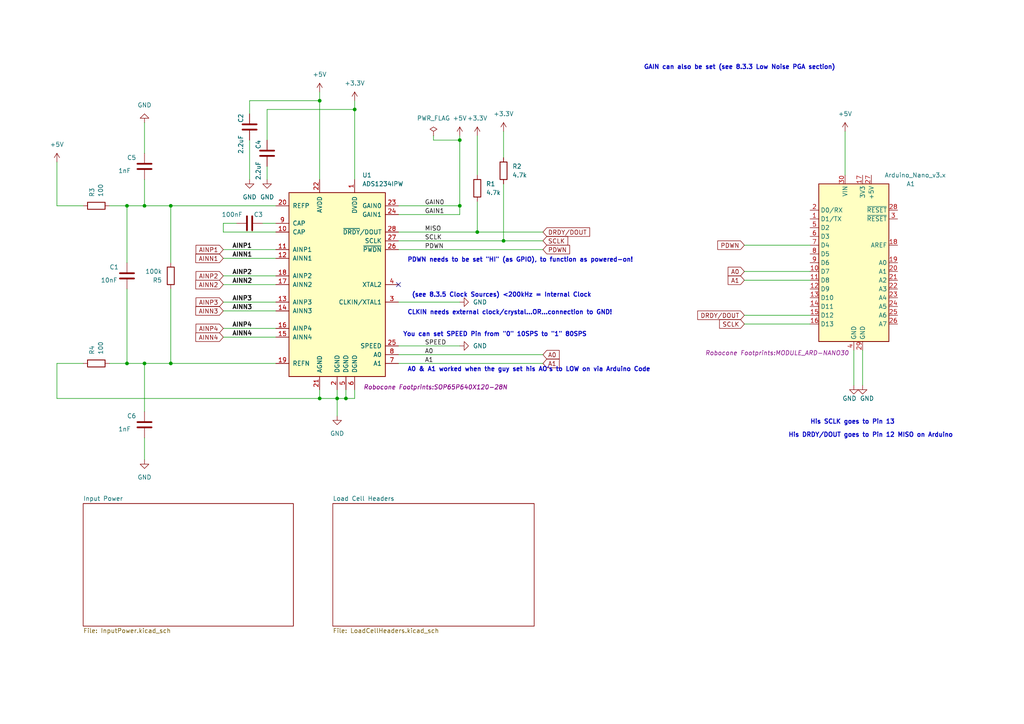
<source format=kicad_sch>
(kicad_sch (version 20231120) (generator "eeschema") (generator_version "8.0")
  (paper "A4")
  (lib_symbols
    (symbol "Analog_ADC:ADS1234IPW" (pin_names (offset 1.016))
      (property "Reference" "U" (at -11.43 25.4 0))
      (property "Value" "ADS1234IPW" (at 7.62 27.94 0))
      (symbol "ADS1234IPW_0_1"
        (rectangle (start -13.97 26.67) (end 13.97 -26.67) (stroke (width 0.254)) (fill (type background)))
      )
      (symbol "ADS1234IPW_1_1"
        (pin power_in line (at 5.08 30.48 270) (length 3.81) (name "DVDD") (number "1"))
        (pin passive line (at -17.78 15.24 0) (length 3.81) (name "CAP") (number "10"))
        (pin input line (at -17.78 10.16 0) (length 3.81) (name "AINP1") (number "11"))
        (pin input line (at -17.78 7.62 0) (length 3.81) (name "AINN1") (number "12"))
        (pin input line (at -17.78 -5.08 0) (length 3.81) (name "AINP3") (number "13"))
        (pin input line (at -17.78 -7.62 0) (length 3.81) (name "AINN3") (number "14"))
        (pin input line (at -17.78 -15.24 0) (length 3.81) (name "AINN4") (number "15"))
        (pin input line (at -17.78 -12.7 0) (length 3.81) (name "AINP4") (number "16"))
        (pin input line (at -17.78 0 0) (length 3.81) (name "AINN2") (number "17"))
        (pin input line (at -17.78 2.54 0) (length 3.81) (name "AINP2") (number "18"))
        (pin input line (at -17.78 -22.86 0) (length 3.81) (name "REFN") (number "19"))
        (pin power_in line (at 0 -30.48 90) (length 3.81) (name "DGND") (number "2"))
        (pin input line (at -17.78 22.86 0) (length 3.81) (name "REFP") (number "20"))
        (pin power_in line (at -5.08 -30.48 90) (length 3.81) (name "AGND") (number "21"))
        (pin power_in line (at -5.08 30.48 270) (length 3.81) (name "AVDD") (number "22"))
        (pin input line (at 17.78 22.86 180) (length 3.81) (name "GAIN0") (number "23"))
        (pin input line (at 17.78 20.32 180) (length 3.81) (name "GAIN1") (number "24"))
        (pin input line (at 17.78 -17.78 180) (length 3.81) (name "SPEED") (number "25"))
        (pin input line (at 17.78 10.16 180) (length 3.81) (name "~{PWDN}") (number "26"))
        (pin input line (at 17.78 12.7 180) (length 3.81) (name "SCLK") (number "27"))
        (pin output line (at 17.78 15.24 180) (length 3.81) (name "~{DRDY}/DOUT") (number "28"))
        (pin bidirectional line (at 17.78 -5.08 180) (length 3.81) (name "CLKIN/XTAL1") (number "3"))
        (pin bidirectional line (at 17.78 0 180) (length 3.81) (name "XTAL2") (number "4"))
        (pin power_in line (at 2.54 -30.48 90) (length 3.81) (name "DGND") (number "5"))
        (pin power_in line (at 5.08 -30.48 90) (length 3.81) (name "DGND") (number "6"))
        (pin input line (at 17.78 -22.86 180) (length 3.81) (name "A1") (number "7"))
        (pin input line (at 17.78 -20.32 180) (length 3.81) (name "A0") (number "8"))
        (pin passive line (at -17.78 17.78 0) (length 3.81) (name "CAP") (number "9"))
      )
    )
    (symbol "Device:C" (pin_numbers hide) (pin_names (offset 0.254))
      (property "Reference" "C" (at 0.635 2.54 0))
      (property "Value" "C" (at 0.635 -2.54 0))
      (symbol "C_0_1"
        (polyline (pts (xy -2.032 -0.762) (xy 2.032 -0.762)) (stroke (width 0.508)))
        (polyline (pts (xy -2.032 0.762) (xy 2.032 0.762)) (stroke (width 0.508)))
      )
      (symbol "C_1_1"
        (pin passive line (at 0 3.81 270) (length 2.794) (name "~") (number "1"))
        (pin passive line (at 0 -3.81 90) (length 2.794) (name "~") (number "2"))
      )
    )
    (symbol "Device:R" (pin_numbers hide) (pin_names (offset 0))
      (property "Reference" "R" (at 2.032 0 90))
      (property "Value" "R" (at 0 0 90))
      (symbol "R_0_1"
        (rectangle (start -1.016 -2.54) (end 1.016 2.54) (stroke (width 0.254)))
      )
      (symbol "R_1_1"
        (pin passive line (at 0 3.81 270) (length 1.27) (name "~") (number "1"))
        (pin passive line (at 0 -3.81 90) (length 1.27) (name "~") (number "2"))
      )
    )
    (symbol "MCU_Module:Arduino_Nano_v3.x"
      (property "Reference" "A" (at -10.16 23.495 0))
      (property "Value" "Arduino_Nano_v3.x" (at 5.08 -24.13 0))
      (symbol "Arduino_Nano_v3.x_0_1"
        (rectangle (start -10.16 22.86) (end 10.16 -22.86) (stroke (width 0.254)) (fill (type background)))
      )
      (symbol "Arduino_Nano_v3.x_1_1"
        (pin bidirectional line (at -12.7 12.7 0) (length 2.54) (name "D1/TX") (number "1"))
        (pin bidirectional line (at -12.7 -2.54 0) (length 2.54) (name "D7") (number "10"))
        (pin bidirectional line (at -12.7 -5.08 0) (length 2.54) (name "D8") (number "11"))
        (pin bidirectional line (at -12.7 -7.62 0) (length 2.54) (name "D9") (number "12"))
        (pin bidirectional line (at -12.7 -10.16 0) (length 2.54) (name "D10") (number "13"))
        (pin bidirectional line (at -12.7 -12.7 0) (length 2.54) (name "D11") (number "14"))
        (pin bidirectional line (at -12.7 -15.24 0) (length 2.54) (name "D12") (number "15"))
        (pin bidirectional line (at -12.7 -17.78 0) (length 2.54) (name "D13") (number "16"))
        (pin power_out line (at 2.54 25.4 270) (length 2.54) (name "3V3") (number "17"))
        (pin input line (at 12.7 5.08 180) (length 2.54) (name "AREF") (number "18"))
        (pin bidirectional line (at 12.7 0 180) (length 2.54) (name "A0") (number "19"))
        (pin bidirectional line (at -12.7 15.24 0) (length 2.54) (name "D0/RX") (number "2"))
        (pin bidirectional line (at 12.7 -2.54 180) (length 2.54) (name "A1") (number "20"))
        (pin bidirectional line (at 12.7 -5.08 180) (length 2.54) (name "A2") (number "21"))
        (pin bidirectional line (at 12.7 -7.62 180) (length 2.54) (name "A3") (number "22"))
        (pin bidirectional line (at 12.7 -10.16 180) (length 2.54) (name "A4") (number "23"))
        (pin bidirectional line (at 12.7 -12.7 180) (length 2.54) (name "A5") (number "24"))
        (pin bidirectional line (at 12.7 -15.24 180) (length 2.54) (name "A6") (number "25"))
        (pin bidirectional line (at 12.7 -17.78 180) (length 2.54) (name "A7") (number "26"))
        (pin power_out line (at 5.08 25.4 270) (length 2.54) (name "+5V") (number "27"))
        (pin input line (at 12.7 15.24 180) (length 2.54) (name "~{RESET}") (number "28"))
        (pin power_in line (at 2.54 -25.4 90) (length 2.54) (name "GND") (number "29"))
        (pin input line (at 12.7 12.7 180) (length 2.54) (name "~{RESET}") (number "3"))
        (pin power_in line (at -2.54 25.4 270) (length 2.54) (name "VIN") (number "30"))
        (pin power_in line (at 0 -25.4 90) (length 2.54) (name "GND") (number "4"))
        (pin bidirectional line (at -12.7 10.16 0) (length 2.54) (name "D2") (number "5"))
        (pin bidirectional line (at -12.7 7.62 0) (length 2.54) (name "D3") (number "6"))
        (pin bidirectional line (at -12.7 5.08 0) (length 2.54) (name "D4") (number "7"))
        (pin bidirectional line (at -12.7 2.54 0) (length 2.54) (name "D5") (number "8"))
        (pin bidirectional line (at -12.7 0 0) (length 2.54) (name "D6") (number "9"))
      )
    )
    (symbol "power:+3.3V" (power) (pin_names (offset 0))
      (property "Value" "+3.3V" (at 0 3.556 0))
      (symbol "+3.3V_0_1"
        (polyline (pts (xy -0.762 1.27) (xy 0 2.54)))
        (polyline (pts (xy 0 0) (xy 0 2.54)))
        (polyline (pts (xy 0 2.54) (xy 0.762 1.27)))
      )
      (symbol "+3.3V_1_1"
        (pin power_in line (at 0 0 90) (length 0) hide (name "+3.3V") (number "1"))
      )
    )
    (symbol "power:+5V" (power) (pin_names (offset 0))
      (property "Value" "+5V" (at 0 3.556 0))
      (symbol "+5V_0_1"
        (polyline (pts (xy -0.762 1.27) (xy 0 2.54)))
        (polyline (pts (xy 0 0) (xy 0 2.54)))
        (polyline (pts (xy 0 2.54) (xy 0.762 1.27)))
      )
      (symbol "+5V_1_1"
        (pin power_in line (at 0 0 90) (length 0) hide (name "+5V") (number "1"))
      )
    )
    (symbol "power:GND" (power) (pin_names (offset 0))
      (property "Value" "GND" (at 0 -3.81 0))
      (symbol "GND_0_1"
        (polyline (pts (xy 0 0) (xy 0 -1.27) (xy 1.27 -1.27) (xy 0 -2.54) (xy -1.27 -1.27) (xy 0 -1.27)))
      )
      (symbol "GND_1_1"
        (pin power_in line (at 0 0 270) (length 0) hide (name "GND") (number "1"))
      )
    )
    (symbol "power:PWR_FLAG" (power) (pin_numbers hide) (pin_names (offset 0) hide)
      (property "Value" "PWR_FLAG" (at 0 3.81 0))
      (symbol "PWR_FLAG_0_0"
        (pin power_out line (at 0 0 90) (length 0) (name "pwr") (number "1"))
      )
      (symbol "PWR_FLAG_0_1"
        (polyline (pts (xy 0 0) (xy 0 1.27) (xy -1.016 1.905) (xy 0 2.54) (xy 1.016 1.905) (xy 0 1.27)))
      )
    )
  )
  (junction (at 41.91 105.41))
  (junction (at 36.83 105.41))
  (junction (at 138.43 67.31))
  (junction (at 49.53 59.69))
  (junction (at 133.35 59.69))
  (junction (at 92.71 29.21))
  (junction (at 133.35 40.64))
  (junction (at 49.53 105.41))
  (junction (at 36.83 59.69))
  (junction (at 97.79 115.57))
  (junction (at 41.91 59.69))
  (junction (at 100.33 115.57))
  (junction (at 146.05 69.85))
  (junction (at 102.87 31.75))
  (junction (at 92.71 115.57))
  (no_connect (at 115.57 82.55))
  (wire (pts (xy 64.77 90.17) (xy 80.01 90.17)))
  (wire (pts (xy 133.35 40.64) (xy 133.35 59.69)))
  (wire (pts (xy 16.51 115.57) (xy 92.71 115.57)))
  (wire (pts (xy 41.91 59.69) (xy 49.53 59.69)))
  (wire (pts (xy 102.87 31.75) (xy 102.87 52.07)))
  (wire (pts (xy 215.9 91.44) (xy 234.95 91.44)))
  (wire (pts (xy 16.51 59.69) (xy 24.13 59.69)))
  (wire (pts (xy 100.33 115.57) (xy 97.79 115.57)))
  (wire (pts (xy 64.77 95.25) (xy 80.01 95.25)))
  (wire (pts (xy 31.75 59.69) (xy 36.83 59.69)))
  (wire (pts (xy 115.57 67.31) (xy 138.43 67.31)))
  (wire (pts (xy 49.53 83.82) (xy 49.53 105.41)))
  (wire (pts (xy 92.71 115.57) (xy 97.79 115.57)))
  (wire (pts (xy 146.05 38.1) (xy 146.05 45.72)))
  (wire (pts (xy 215.9 78.74) (xy 234.95 78.74)))
  (wire (pts (xy 64.77 97.79) (xy 80.01 97.79)))
  (wire (pts (xy 125.73 39.37) (xy 125.73 40.64)))
  (wire (pts (xy 64.77 82.55) (xy 80.01 82.55)))
  (wire (pts (xy 36.83 59.69) (xy 36.83 76.2)))
  (wire (pts (xy 72.39 52.07) (xy 72.39 40.64)))
  (wire (pts (xy 41.91 127) (xy 41.91 133.35)))
  (wire (pts (xy 16.51 46.99) (xy 16.51 59.69)))
  (wire (pts (xy 64.77 64.77) (xy 68.58 64.77)))
  (wire (pts (xy 215.9 93.98) (xy 234.95 93.98)))
  (wire (pts (xy 102.87 29.21) (xy 102.87 31.75)))
  (wire (pts (xy 250.19 101.6) (xy 250.19 111.76)))
  (wire (pts (xy 138.43 67.31) (xy 157.48 67.31)))
  (wire (pts (xy 77.47 52.07) (xy 77.47 48.26)))
  (wire (pts (xy 64.77 80.01) (xy 80.01 80.01)))
  (wire (pts (xy 49.53 59.69) (xy 49.53 76.2)))
  (wire (pts (xy 24.13 105.41) (xy 16.51 105.41)))
  (wire (pts (xy 64.77 72.39) (xy 80.01 72.39)))
  (wire (pts (xy 115.57 59.69) (xy 133.35 59.69)))
  (wire (pts (xy 36.83 83.82) (xy 36.83 105.41)))
  (wire (pts (xy 115.57 69.85) (xy 146.05 69.85)))
  (wire (pts (xy 36.83 105.41) (xy 41.91 105.41)))
  (wire (pts (xy 146.05 69.85) (xy 157.48 69.85)))
  (wire (pts (xy 245.11 38.1) (xy 245.11 50.8)))
  (wire (pts (xy 115.57 62.23) (xy 133.35 62.23)))
  (wire (pts (xy 41.91 35.56) (xy 41.91 44.45)))
  (wire (pts (xy 92.71 113.03) (xy 92.71 115.57)))
  (wire (pts (xy 102.87 113.03) (xy 102.87 115.57)))
  (wire (pts (xy 31.75 105.41) (xy 36.83 105.41)))
  (wire (pts (xy 100.33 113.03) (xy 100.33 115.57)))
  (wire (pts (xy 102.87 115.57) (xy 100.33 115.57)))
  (wire (pts (xy 41.91 52.07) (xy 41.91 59.69)))
  (wire (pts (xy 215.9 81.28) (xy 234.95 81.28)))
  (wire (pts (xy 64.77 87.63) (xy 80.01 87.63)))
  (wire (pts (xy 92.71 26.67) (xy 92.71 29.21)))
  (wire (pts (xy 125.73 40.64) (xy 133.35 40.64)))
  (wire (pts (xy 215.9 71.12) (xy 234.95 71.12)))
  (wire (pts (xy 138.43 39.37) (xy 138.43 50.8)))
  (wire (pts (xy 97.79 115.57) (xy 97.79 120.65)))
  (wire (pts (xy 146.05 53.34) (xy 146.05 69.85)))
  (wire (pts (xy 64.77 74.93) (xy 80.01 74.93)))
  (wire (pts (xy 49.53 105.41) (xy 80.01 105.41)))
  (wire (pts (xy 133.35 59.69) (xy 133.35 62.23)))
  (wire (pts (xy 72.39 33.02) (xy 72.39 29.21)))
  (wire (pts (xy 49.53 59.69) (xy 80.01 59.69)))
  (wire (pts (xy 115.57 105.41) (xy 157.48 105.41)))
  (wire (pts (xy 77.47 40.64) (xy 77.47 31.75)))
  (wire (pts (xy 115.57 87.63) (xy 133.35 87.63)))
  (wire (pts (xy 115.57 100.33) (xy 133.35 100.33)))
  (wire (pts (xy 92.71 29.21) (xy 92.71 52.07)))
  (wire (pts (xy 64.77 67.31) (xy 64.77 64.77)))
  (wire (pts (xy 80.01 67.31) (xy 64.77 67.31)))
  (wire (pts (xy 247.65 101.6) (xy 247.65 111.76)))
  (wire (pts (xy 16.51 105.41) (xy 16.51 115.57)))
  (wire (pts (xy 41.91 105.41) (xy 49.53 105.41)))
  (wire (pts (xy 41.91 105.41) (xy 41.91 119.38)))
  (wire (pts (xy 36.83 59.69) (xy 41.91 59.69)))
  (wire (pts (xy 72.39 29.21) (xy 92.71 29.21)))
  (wire (pts (xy 77.47 31.75) (xy 102.87 31.75)))
  (wire (pts (xy 133.35 39.37) (xy 133.35 40.64)))
  (wire (pts (xy 76.2 64.77) (xy 80.01 64.77)))
  (wire (pts (xy 115.57 72.39) (xy 157.48 72.39)))
  (wire (pts (xy 138.43 67.31) (xy 138.43 58.42)))
  (wire (pts (xy 115.57 102.87) (xy 157.48 102.87)))
  (wire (pts (xy 97.79 113.03) (xy 97.79 115.57)))
  (text "CLKIN needs external clock/crystal...OR...connection to GND!" (at 118.11 91.44 0) (effects (font (size 1.27 1.27) (bold yes)) (justify left bottom)))
  (text "GAIN can also be set (see 8.3.3 Low Noise PGA section)" (at 186.69 20.32 0) (effects (font (size 1.27 1.27) (bold yes)) (justify left bottom)))
  (text "His SCLK goes to Pin 13" (at 234.95 123.19 0) (effects (font (size 1.27 1.27) (bold yes)) (justify left bottom)))
  (text "His DRDY/DOUT goes to Pin 12 MISO on Arduino" (at 228.6 127 0) (effects (font (size 1.27 1.27) (bold yes)) (justify left bottom)))
  (text "PDWN needs to be set \"HI\" (as GPIO), to function as powered-on!" (at 118.11 76.2 0) (effects (font (size 1.27 1.27) (bold yes)) (justify left bottom)))
  (text "A0 & A1 worked when the guy set his AO's to LOW on via Arduino Code" (at 118.11 107.95 0) (effects (font (size 1.27 1.27) (thickness 0.254) (bold yes)) (justify left bottom)))
  (text "(see 8.3.5 Clock Sources) <200kHz = Internal Clock" (at 119.38 86.36 0) (effects (font (size 1.27 1.27) (bold yes)) (justify left bottom)))
  (text "You can set SPEED Pin from \"0\" 10SPS to \"1\" 80SPS" (at 116.84 97.79 0) (effects (font (size 1.27 1.27) (bold yes)) (justify left bottom)))
  (label "AINN3" (at 67.31 90.17 0) (effects (font (bold yes))))
  (label "GAIN1" (at 123.19 62.23 0))
  (label "AINP1" (at 67.31 72.39 0) (effects (font (bold yes))))
  (label "AINN4" (at 67.31 97.79 0) (effects (font (bold yes))))
  (label "AINP4" (at 67.31 95.25 0) (effects (font (bold yes))))
  (label "A1" (at 123.19 105.41 0))
  (label "AINP3" (at 67.31 87.63 0) (effects (font (bold yes))))
  (label "AINN1" (at 67.31 74.93 0) (effects (font (bold yes))))
  (label "AINP2" (at 67.31 80.01 0) (effects (font (bold yes))))
  (label "PDWN" (at 123.19 72.39 0))
  (label "SPEED" (at 123.19 100.33 0))
  (label "MISO" (at 123.19 67.31 0))
  (label "AINN2" (at 67.31 82.55 0) (effects (font (bold yes))))
  (label "A0" (at 123.19 102.87 0))
  (label "GAIN0" (at 123.19 59.69 0))
  (label "SCLK" (at 123.19 69.85 0))
  (global_label "A1" (shape input) (at 157.48 105.41 0) (property "Intersheetrefs" "${INTERSHEET_REFS}" (effects (hide yes))))
  (global_label "AINN4" (shape input) (at 64.77 97.79 180) (property "Intersheetrefs" "${INTERSHEET_REFS}" (effects (hide yes))))
  (global_label "DRDY{slash}DOUT" (shape input) (at 157.48 67.31 0) (property "Intersheetrefs" "${INTERSHEET_REFS}" (effects (hide yes))))
  (global_label "AINP1" (shape input) (at 64.77 72.39 180) (property "Intersheetrefs" "${INTERSHEET_REFS}" (effects (hide yes))))
  (global_label "AINP4" (shape input) (at 64.77 95.25 180) (property "Intersheetrefs" "${INTERSHEET_REFS}" (effects (hide yes))))
  (global_label "AINP3" (shape input) (at 64.77 87.63 180) (property "Intersheetrefs" "${INTERSHEET_REFS}" (effects (hide yes))))
  (global_label "A1" (shape input) (at 215.9 81.28 180) (property "Intersheetrefs" "${INTERSHEET_REFS}" (effects (hide yes))))
  (global_label "AINN3" (shape input) (at 64.77 90.17 180) (property "Intersheetrefs" "${INTERSHEET_REFS}" (effects (hide yes))))
  (global_label "SCLK" (shape input) (at 215.9 93.98 180) (property "Intersheetrefs" "${INTERSHEET_REFS}" (effects (hide yes))))
  (global_label "A0" (shape input) (at 215.9 78.74 180) (property "Intersheetrefs" "${INTERSHEET_REFS}" (effects (hide yes))))
  (global_label "AINN2" (shape input) (at 64.77 82.55 180) (property "Intersheetrefs" "${INTERSHEET_REFS}" (effects (hide yes))))
  (global_label "AINP2" (shape input) (at 64.77 80.01 180) (property "Intersheetrefs" "${INTERSHEET_REFS}" (effects (hide yes))))
  (global_label "A0" (shape input) (at 157.48 102.87 0) (property "Intersheetrefs" "${INTERSHEET_REFS}" (effects (hide yes))))
  (global_label "PDWN" (shape input) (at 215.9 71.12 180) (property "Intersheetrefs" "${INTERSHEET_REFS}" (effects (hide yes))))
  (global_label "PDWN" (shape input) (at 157.48 72.39 0) (property "Intersheetrefs" "${INTERSHEET_REFS}" (effects (hide yes))))
  (global_label "DRDY{slash}DOUT" (shape input) (at 215.9 91.44 180) (property "Intersheetrefs" "${INTERSHEET_REFS}" (effects (hide yes))))
  (global_label "AINN1" (shape input) (at 64.77 74.93 180) (property "Intersheetrefs" "${INTERSHEET_REFS}" (effects (hide yes))))
  (global_label "SCLK" (shape input) (at 157.48 69.85 0) (property "Intersheetrefs" "${INTERSHEET_REFS}" (effects (hide yes))))
  (symbol (lib_id "power:+3.3V") (at 138.43 39.37 0) (unit 1)
    (property "Reference" "#PWR021" (effects (hide yes)))
    (property "Value" "+3.3V" (at 138.43 34.29 0))
  )
  (symbol (lib_id "Analog_ADC:ADS1234IPW") (at 97.79 82.55 0) (unit 1)
    (property "Reference" "U1" (at 105.0641 50.8 0) (effects (justify left)))
    (property "Value" "ADS1234IPW" (at 105.0641 53.34 0) (effects (justify left)))
    (property "Footprint" "Robocone Footprints:SOP65P640X120-28N" (at 126.238 112.268 0) (effects (font (italic yes))))
    (property "Datasheet" "http://www.ti.com/lit/ds/symlink/ads1232.pdf" (effects (hide yes)))
  )
  (symbol (lib_id "power:+5V") (at 245.11 38.1 0) (unit 1)
    (property "Reference" "#PWR040" (effects (hide yes)))
    (property "Value" "+5V" (at 245.11 33.02 0))
  )
  (symbol (lib_id "Device:R") (at 27.94 105.41 90) (unit 1)
    (property "Reference" "R4" (at 26.67 102.87 0) (effects (justify left)))
    (property "Value" "100" (at 29.21 102.87 0) (effects (justify left)))
    (property "Footprint" "Resistor_SMD:R_0805_2012Metric_Pad1.20x1.40mm_HandSolder" (effects (hide yes)))
  )
  (symbol (lib_id "Device:C") (at 41.91 123.19 0) (unit 1)
    (property "Reference" "C6" (at 36.83 120.65 0) (effects (justify left)))
    (property "Value" "1nF" (at 34.29 124.46 0) (effects (justify left)))
    (property "Footprint" "Capacitor_SMD:C_0805_2012Metric_Pad1.18x1.45mm_HandSolder" (effects (hide yes)))
  )
  (symbol (lib_id "power:+5V") (at 133.35 39.37 0) (unit 1)
    (property "Reference" "#PWR023" (effects (hide yes)))
    (property "Value" "+5V" (at 133.35 34.29 0))
  )
  (symbol (lib_id "power:+5V") (at 16.51 46.99 0) (unit 1)
    (property "Reference" "#PWR012" (effects (hide yes)))
    (property "Value" "+5V" (at 16.51 41.91 0))
  )
  (symbol (lib_id "Device:R") (at 49.53 80.01 180) (unit 1)
    (property "Reference" "R5" (at 46.99 81.28 0) (effects (justify left)))
    (property "Value" "100k" (at 46.99 78.74 0) (effects (justify left)))
    (property "Footprint" "Resistor_SMD:R_0805_2012Metric_Pad1.20x1.40mm_HandSolder" (effects (hide yes)))
  )
  (symbol (lib_id "Device:R") (at 138.43 54.61 0) (unit 1)
    (property "Reference" "R1" (at 140.97 53.34 0) (effects (justify left)))
    (property "Value" "4.7k" (at 140.97 55.88 0) (effects (justify left)))
    (property "Footprint" "Resistor_SMD:R_0805_2012Metric_Pad1.20x1.40mm_HandSolder" (effects (hide yes)))
  )
  (symbol (lib_id "Device:C") (at 41.91 48.26 0) (unit 1)
    (property "Reference" "C5" (at 36.83 45.72 0) (effects (justify left)))
    (property "Value" "1nF" (at 34.29 49.53 0) (effects (justify left)))
    (property "Footprint" "Capacitor_SMD:C_0805_2012Metric_Pad1.18x1.45mm_HandSolder" (effects (hide yes)))
  )
  (symbol (lib_id "power:GND") (at 72.39 52.07 0) (unit 1)
    (property "Reference" "#PWR013" (effects (hide yes)))
    (property "Value" "GND" (at 72.39 57.15 0))
  )
  (symbol (lib_id "power:PWR_FLAG") (at 125.73 39.37 0) (unit 1)
    (property "Reference" "#FLG03" (effects (hide yes)))
    (property "Value" "PWR_FLAG" (at 125.73 34.29 0))
  )
  (symbol (lib_id "power:GND") (at 250.19 111.76 0) (unit 1)
    (property "Reference" "#PWR039" (effects (hide yes)))
    (property "Value" "GND" (at 251.46 115.57 0))
  )
  (symbol (lib_id "Device:R") (at 146.05 49.53 0) (unit 1)
    (property "Reference" "R2" (at 148.59 48.26 0) (effects (justify left)))
    (property "Value" "4.7k" (at 148.59 50.8 0) (effects (justify left)))
    (property "Footprint" "Resistor_SMD:R_0805_2012Metric_Pad1.20x1.40mm_HandSolder" (effects (hide yes)))
  )
  (symbol (lib_id "power:GND") (at 133.35 100.33 90) (unit 1)
    (property "Reference" "#PWR022" (effects (hide yes)))
    (property "Value" "GND" (at 137.16 100.33 90) (effects (justify right)))
  )
  (symbol (lib_id "power:GND") (at 41.91 35.56 180) (unit 1)
    (property "Reference" "#PWR05" (effects (hide yes)))
    (property "Value" "GND" (at 41.91 30.48 0))
  )
  (symbol (lib_id "power:GND") (at 133.35 87.63 90) (unit 1)
    (property "Reference" "#PWR019" (effects (hide yes)))
    (property "Value" "GND" (at 137.16 87.63 90) (effects (justify right)))
  )
  (symbol (lib_id "Device:C") (at 77.47 44.45 180) (unit 1)
    (property "Reference" "C4" (at 74.93 41.91 90))
    (property "Value" "2.2uF" (at 74.93 49.53 90))
    (property "Footprint" "Capacitor_SMD:C_0805_2012Metric_Pad1.18x1.45mm_HandSolder" (effects (hide yes)))
  )
  (symbol (lib_id "power:+3.3V") (at 146.05 38.1 0) (unit 1)
    (property "Reference" "#PWR020" (effects (hide yes)))
    (property "Value" "+3.3V" (at 146.05 33.02 0))
  )
  (symbol (lib_id "power:+3.3V") (at 102.87 29.21 0) (unit 1)
    (property "Reference" "#PWR015" (effects (hide yes)))
    (property "Value" "+3.3V" (at 102.87 24.13 0))
  )
  (symbol (lib_id "power:+5V") (at 92.71 26.67 0) (unit 1)
    (property "Reference" "#PWR016" (effects (hide yes)))
    (property "Value" "+5V" (at 92.71 21.59 0))
  )
  (symbol (lib_id "power:GND") (at 97.79 120.65 0) (unit 1)
    (property "Reference" "#PWR011" (effects (hide yes)))
    (property "Value" "GND" (at 97.79 125.73 0))
  )
  (symbol (lib_id "Device:C") (at 72.39 36.83 180) (unit 1)
    (property "Reference" "C2" (at 69.85 34.29 90))
    (property "Value" "2.2uF" (at 69.85 41.91 90))
    (property "Footprint" "Capacitor_SMD:C_0805_2012Metric_Pad1.18x1.45mm_HandSolder" (effects (hide yes)))
  )
  (symbol (lib_id "Device:C") (at 72.39 64.77 90) (unit 1)
    (property "Reference" "C3" (at 74.93 62.23 90))
    (property "Value" "100nF" (at 67.31 62.23 90))
    (property "Footprint" "Capacitor_SMD:C_0805_2012Metric_Pad1.18x1.45mm_HandSolder" (effects (hide yes)))
  )
  (symbol (lib_id "power:GND") (at 41.91 133.35 0) (unit 1)
    (property "Reference" "#PWR06" (effects (hide yes)))
    (property "Value" "GND" (at 41.91 138.43 0))
  )
  (symbol (lib_id "Device:R") (at 27.94 59.69 90) (unit 1)
    (property "Reference" "R3" (at 26.67 57.15 0) (effects (justify left)))
    (property "Value" "100" (at 29.21 57.15 0) (effects (justify left)))
    (property "Footprint" "Resistor_SMD:R_0805_2012Metric_Pad1.20x1.40mm_HandSolder" (effects (hide yes)))
  )
  (symbol (lib_id "Device:C") (at 36.83 80.01 0) (unit 1)
    (property "Reference" "C1" (at 31.75 77.47 0) (effects (justify left)))
    (property "Value" "10nF" (at 29.21 81.28 0) (effects (justify left)))
    (property "Footprint" "Capacitor_SMD:C_0805_2012Metric_Pad1.18x1.45mm_HandSolder" (effects (hide yes)))
  )
  (symbol (lib_id "MCU_Module:Arduino_Nano_v3.x") (at 247.65 76.2 0) (unit 1)
    (property "Reference" "A1" (at 262.89 53.34 0) (effects (justify left)))
    (property "Value" "Arduino_Nano_v3.x" (at 256.54 50.8 0) (effects (justify left)))
    (property "Footprint" "Robocone Footprints:MODULE_ARD-NANO30" (at 225.298 102.362 0) (effects (font (italic yes))))
    (property "Datasheet" "http://www.mouser.com/pdfdocs/Gravitech_Arduino_Nano3_0.pdf" (effects (hide yes)))
  )
  (symbol (lib_id "power:GND") (at 247.65 111.76 0) (unit 1)
    (property "Reference" "#PWR038" (effects (hide yes)))
    (property "Value" "GND" (at 246.38 115.57 0))
  )
  (symbol (lib_id "power:GND") (at 77.47 52.07 0) (unit 1)
    (property "Reference" "#PWR014" (effects (hide yes)))
    (property "Value" "GND" (at 77.47 57.15 0))
  )
  (sheet (at 96.52 146.05) (size 58.42 35.56) (stroke (width 0.1524))
    (property "Sheetname" "Load Cell Headers" (at 96.52 145.3384 0) (effects (justify left bottom)))
    (property "Sheetfile" "LoadCellHeaders.kicad_sch" (at 96.52 182.1946 0) (effects (justify left top)))
  )
  (sheet (at 24.13 146.05) (size 60.96 35.56) (stroke (width 0.1524))
    (property "Sheetname" "Input Power" (at 24.13 145.3384 0) (effects (justify left bottom)))
    (property "Sheetfile" "InputPower.kicad_sch" (at 24.13 182.1946 0) (effects (justify left top)))
  )
)
</source>
